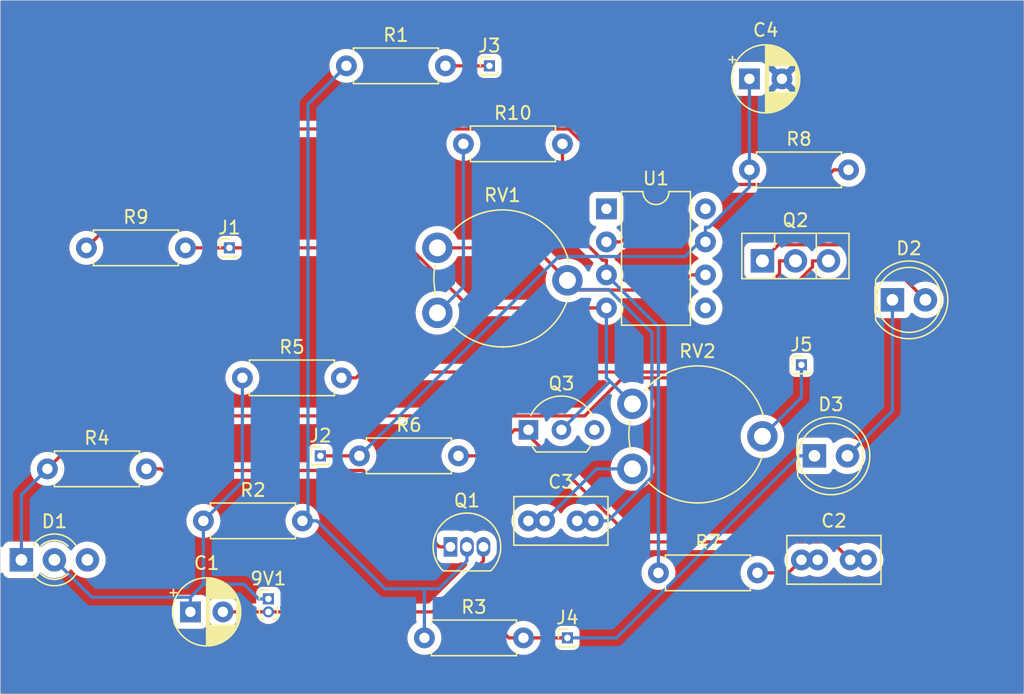
<source format=kicad_pcb>
(kicad_pcb (version 20221018) (generator pcbnew)
  (layers (0 "F.Cu" signal) (31 "B.Cu" signal) (34 "B.Paste" user) (35 "F.Paste" user) (36 "B.SilkS" user "B.Silkscreen") (37 "F.SilkS" user "F.Silkscreen") (38 "B.Mask" user) (39 "F.Mask" user) (44 "Edge.Cuts" user))
  (net 0 "")
  (net 1 "Net-(9V1-Pad2)")
  (net 2 "Net-(9V1-Pad1)")
  (net 3 "Net-(C2-Pad2)")
  (net 4 "Net-(C2-Pad1)")
  (net 5 "Net-(C3-Pad2)")
  (net 6 "Net-(C3-Pad1)")
  (net 7 "GND")
  (net 8 "Net-(C4-Pad1)")
  (net 9 "Net-(D1-Pad1)")
  (net 10 "Net-(D2-Pad2)")
  (net 11 "Net-(D2-Pad1)")
  (net 12 "Net-(J1-Pad1)")
  (net 13 "Net-(J3-Pad1)")
  (net 14 "Net-(J5-Pad1)")
  (net 15 "Net-(Q1-Pad1)")
  (net 16 "Net-(Q1-Pad2)")
  (net 17 "Net-(Q2-Pad2)")
  (net 18 "Net-(R10-Pad2)")
  (net 19 "Net-(R8-Pad2)")
  (net 20 "Net-(R10-Pad1)")
  (net 21 "Net-(U1-Pad8)")
  (net 22 "Net-(U1-Pad5)")
  (net 23 "Net-(U1-Pad1)")
  (footprint "Connector_PinHeader_1.00mm:PinHeader_1x02_P1.00mm_Vertical" (layer "F.Cu") (at 140 107)
    (fp_text reference "9V1" (at 0 -1.56) (layer "F.SilkS"))
    (fp_text value "Battery_Cell")
    (pad "1" thru_hole rect (at 0 0) (size 0.85 0.85) (drill 0.5) (layers "*.Cu" "*.Mask") (net 2 "Net-(9V1-Pad1)"))
    (pad "2" thru_hole oval (at 0 1) (size 0.85 0.85) (drill 0.5) (layers "*.Cu" "*.Mask") (net 1 "Net-(9V1-Pad2)"))
  )
  (footprint "Capacitor_THT:CP_Radial_D5.0mm_P2.50mm" (layer "F.Cu") (at 134 108)
    (fp_text reference "C1" (at 1.25 -3.75) (layer "F.SilkS"))
    (fp_text value "220uF")
    (pad "1" thru_hole rect (at 0 0) (size 1.6 1.6) (drill 0.8) (layers "*.Cu" "*.Mask") (net 2 "Net-(9V1-Pad1)"))
    (pad "2" thru_hole circle (at 2.5 0) (size 1.6 1.6) (drill 0.8) (layers "*.Cu" "*.Mask") (net 1 "Net-(9V1-Pad2)"))
  )
  (footprint "Capacitor_THT:C_Rect_L7.0mm_W3.5mm_P2.50mm_P5.00mm" (layer "F.Cu") (at 181 104)
    (fp_text reference "C2" (at 2.5 -3) (layer "F.SilkS"))
    (fp_text value "100n")
    (pad "1" thru_hole circle (at 0 0) (size 1.6 1.6) (drill 0.8) (layers "*.Cu" "*.Mask") (net 4 "Net-(C2-Pad1)"))
    (pad "1" thru_hole circle (at 1.25 0) (size 1.6 1.6) (drill 0.8) (layers "*.Cu" "*.Mask") (net 4 "Net-(C2-Pad1)"))
    (pad "2" thru_hole circle (at 3.75 0) (size 1.6 1.6) (drill 0.8) (layers "*.Cu" "*.Mask") (net 3 "Net-(C2-Pad2)"))
    (pad "2" thru_hole circle (at 5 0) (size 1.6 1.6) (drill 0.8) (layers "*.Cu" "*.Mask") (net 3 "Net-(C2-Pad2)"))
  )
  (footprint "Capacitor_THT:C_Rect_L7.0mm_W3.5mm_P2.50mm_P5.00mm" (layer "F.Cu") (at 160 101)
    (fp_text reference "C3" (at 2.5 -3) (layer "F.SilkS"))
    (fp_text value "100n")
    (pad "1" thru_hole circle (at 0 0) (size 1.6 1.6) (drill 0.8) (layers "*.Cu" "*.Mask") (net 6 "Net-(C3-Pad1)"))
    (pad "1" thru_hole circle (at 1.25 0) (size 1.6 1.6) (drill 0.8) (layers "*.Cu" "*.Mask") (net 6 "Net-(C3-Pad1)"))
    (pad "2" thru_hole circle (at 3.75 0) (size 1.6 1.6) (drill 0.8) (layers "*.Cu" "*.Mask") (net 5 "Net-(C3-Pad2)"))
    (pad "2" thru_hole circle (at 5 0) (size 1.6 1.6) (drill 0.8) (layers "*.Cu" "*.Mask") (net 5 "Net-(C3-Pad2)"))
  )
  (footprint "Capacitor_THT:CP_Radial_D5.0mm_P2.50mm" (layer "F.Cu") (at 177 67)
    (fp_text reference "C4" (at 1.25 -3.75) (layer "F.SilkS"))
    (fp_text value "220uF")
    (pad "1" thru_hole rect (at 0 0) (size 1.6 1.6) (drill 0.8) (layers "*.Cu" "*.Mask") (net 8 "Net-(C4-Pad1)"))
    (pad "2" thru_hole circle (at 2.5 0) (size 1.6 1.6) (drill 0.8) (layers "*.Cu" "*.Mask") (net 7 "GND"))
  )
  (footprint "LED_THT:LED_D3.0mm-3" (layer "F.Cu") (at 121 104)
    (fp_text reference "D1" (at 2.54 -2.96) (layer "F.SilkS"))
    (fp_text value "LED_ALT")
    (pad "1" thru_hole rect (at 0 0) (size 1.8 1.8) (drill 0.9) (layers "*.Cu" "*.Mask") (net 9 "Net-(D1-Pad1)"))
    (pad "2" thru_hole circle (at 2.54 0) (size 1.8 1.8) (drill 0.9) (layers "*.Cu" "*.Mask") (net 2 "Net-(9V1-Pad1)"))
    (pad "3" thru_hole circle (at 5.08 0) (size 1.8 1.8) (drill 0.9) (layers "*.Cu" "*.Mask"))
  )
  (footprint "LED_THT:LED_D5.0mm" (layer "F.Cu") (at 188 84)
    (fp_text reference "D2" (at 1.27 -3.96) (layer "F.SilkS"))
    (fp_text value "LED_ALT")
    (pad "1" thru_hole rect (at 0 0) (size 1.8 1.8) (drill 0.9) (layers "*.Cu" "*.Mask") (net 11 "Net-(D2-Pad1)"))
    (pad "2" thru_hole circle (at 2.54 0) (size 1.8 1.8) (drill 0.9) (layers "*.Cu" "*.Mask") (net 10 "Net-(D2-Pad2)"))
  )
  (footprint "LED_THT:LED_D5.0mm" (layer "F.Cu") (at 182 96)
    (fp_text reference "D3" (at 1.27 -3.96) (layer "F.SilkS"))
    (fp_text value "LED_ALT")
    (pad "1" thru_hole rect (at 0 0) (size 1.8 1.8) (drill 0.9) (layers "*.Cu" "*.Mask") (net 1 "Net-(9V1-Pad2)"))
    (pad "2" thru_hole circle (at 2.54 0) (size 1.8 1.8) (drill 0.9) (layers "*.Cu" "*.Mask") (net 11 "Net-(D2-Pad1)"))
  )
  (footprint "Connector_PinHeader_1.00mm:PinHeader_1x01_P1.00mm_Vertical" (layer "F.Cu") (at 137 80)
    (fp_text reference "J1" (at 0 -1.56) (layer "F.SilkS"))
    (fp_text value "Conn_01x01_Male")
    (pad "1" thru_hole rect (at 0 0) (size 0.85 0.85) (drill 0.5) (layers "*.Cu" "*.Mask") (net 12 "Net-(J1-Pad1)"))
  )
  (footprint "Connector_PinHeader_1.00mm:PinHeader_1x01_P1.00mm_Vertical" (layer "F.Cu") (at 144 96)
    (fp_text reference "J2" (at 0 -1.56) (layer "F.SilkS"))
    (fp_text value "Conn_01x01_Male")
    (pad "1" thru_hole rect (at 0 0) (size 0.85 0.85) (drill 0.5) (layers "*.Cu" "*.Mask") (net 8 "Net-(C4-Pad1)"))
  )
  (footprint "Connector_PinHeader_1.00mm:PinHeader_1x01_P1.00mm_Vertical" (layer "F.Cu") (at 157 66)
    (fp_text reference "J3" (at 0 -1.56) (layer "F.SilkS"))
    (fp_text value "Conn_01x01_Male")
    (pad "1" thru_hole rect (at 0 0) (size 0.85 0.85) (drill 0.5) (layers "*.Cu" "*.Mask") (net 13 "Net-(J3-Pad1)"))
  )
  (footprint "Connector_PinHeader_1.00mm:PinHeader_1x01_P1.00mm_Vertical" (layer "F.Cu") (at 163 110)
    (fp_text reference "J4" (at 0 -1.56) (layer "F.SilkS"))
    (fp_text value "Conn_01x01_Male")
    (pad "1" thru_hole rect (at 0 0) (size 0.85 0.85) (drill 0.5) (layers "*.Cu" "*.Mask") (net 1 "Net-(9V1-Pad2)"))
  )
  (footprint "Connector_PinHeader_1.00mm:PinHeader_1x01_P1.00mm_Vertical" (layer "F.Cu") (at 181 89)
    (fp_text reference "J5" (at 0 -1.56) (layer "F.SilkS"))
    (fp_text value "Conn_01x01_Male")
    (pad "1" thru_hole rect (at 0 0) (size 0.85 0.85) (drill 0.5) (layers "*.Cu" "*.Mask") (net 14 "Net-(J5-Pad1)"))
  )
  (footprint "Package_TO_SOT_THT:TO-92_Inline" (layer "F.Cu") (at 154 103)
    (fp_text reference "Q1" (at 1.27 -3.56) (layer "F.SilkS"))
    (fp_text value "BC549")
    (pad "1" thru_hole rect (at 0 0) (size 1.05 1.5) (drill 0.75) (layers "*.Cu" "*.Mask") (net 15 "Net-(Q1-Pad1)"))
    (pad "2" thru_hole oval (at 1.27 0) (size 1.05 1.5) (drill 0.75) (layers "*.Cu" "*.Mask") (net 16 "Net-(Q1-Pad2)"))
    (pad "3" thru_hole oval (at 2.54 0) (size 1.05 1.5) (drill 0.75) (layers "*.Cu" "*.Mask") (net 1 "Net-(9V1-Pad2)"))
  )
  (footprint "Package_TO_SOT_THT:TO-126-3_Vertical" (layer "F.Cu") (at 178 81)
    (fp_text reference "Q2" (at 2.54 -3.12) (layer "F.SilkS"))
    (fp_text value "BD140")
    (pad "1" thru_hole rect (at 0 0) (size 1.8 1.8) (drill 1) (layers "*.Cu" "*.Mask") (net 10 "Net-(D2-Pad2)"))
    (pad "2" thru_hole oval (at 2.54 0) (size 1.8 1.8) (drill 1) (layers "*.Cu" "*.Mask") (net 17 "Net-(Q2-Pad2)"))
    (pad "3" thru_hole oval (at 5.08 0) (size 1.8 1.8) (drill 1) (layers "*.Cu" "*.Mask") (net 9 "Net-(D1-Pad1)"))
  )
  (footprint "Package_TO_SOT_THT:TO-92L_Inline_Wide" (layer "F.Cu") (at 160 94)
    (fp_text reference "Q3" (at 2.54 -3.56) (layer "F.SilkS"))
    (fp_text value "Q_Photo_NPN")
    (pad "1" thru_hole rect (at 0 0) (size 1.5 1.5) (drill 0.8) (layers "*.Cu" "*.Mask") (net 3 "Net-(C2-Pad2)"))
    (pad "2" thru_hole circle (at 2.54 0) (size 1.5 1.5) (drill 0.8) (layers "*.Cu" "*.Mask") (net 12 "Net-(J1-Pad1)"))
    (pad "3" thru_hole circle (at 5.08 0) (size 1.5 1.5) (drill 0.8) (layers "*.Cu" "*.Mask"))
  )
  (footprint "Resistor_THT:R_Axial_DIN0207_L6.3mm_D2.5mm_P7.62mm_Horizontal" (layer "F.Cu") (at 146 66)
    (fp_text reference "R1" (at 3.81 -2.37) (layer "F.SilkS"))
    (fp_text value "4K7")
    (pad "1" thru_hole circle (at 0 0) (size 1.6 1.6) (drill 0.8) (layers "*.Cu" "*.Mask") (net 16 "Net-(Q1-Pad2)"))
    (pad "2" thru_hole oval (at 7.62 0) (size 1.6 1.6) (drill 0.8) (layers "*.Cu" "*.Mask") (net 13 "Net-(J3-Pad1)"))
  )
  (footprint "Resistor_THT:R_Axial_DIN0207_L6.3mm_D2.5mm_P7.62mm_Horizontal" (layer "F.Cu") (at 135 101)
    (fp_text reference "R2" (at 3.81 -2.37) (layer "F.SilkS"))
    (fp_text value "10K")
    (pad "1" thru_hole circle (at 0 0) (size 1.6 1.6) (drill 0.8) (layers "*.Cu" "*.Mask") (net 2 "Net-(9V1-Pad1)"))
    (pad "2" thru_hole oval (at 7.62 0) (size 1.6 1.6) (drill 0.8) (layers "*.Cu" "*.Mask") (net 16 "Net-(Q1-Pad2)"))
  )
  (footprint "Resistor_THT:R_Axial_DIN0207_L6.3mm_D2.5mm_P7.62mm_Horizontal" (layer "F.Cu") (at 152 110)
    (fp_text reference "R3" (at 3.81 -2.37) (layer "F.SilkS"))
    (fp_text value "22K")
    (pad "1" thru_hole circle (at 0 0) (size 1.6 1.6) (drill 0.8) (layers "*.Cu" "*.Mask") (net 16 "Net-(Q1-Pad2)"))
    (pad "2" thru_hole oval (at 7.62 0) (size 1.6 1.6) (drill 0.8) (layers "*.Cu" "*.Mask") (net 1 "Net-(9V1-Pad2)"))
  )
  (footprint "Resistor_THT:R_Axial_DIN0207_L6.3mm_D2.5mm_P7.62mm_Horizontal" (layer "F.Cu") (at 123 97)
    (fp_text reference "R4" (at 3.81 -2.37) (layer "F.SilkS"))
    (fp_text value "100E")
    (pad "1" thru_hole circle (at 0 0) (size 1.6 1.6) (drill 0.8) (layers "*.Cu" "*.Mask") (net 9 "Net-(D1-Pad1)"))
    (pad "2" thru_hole oval (at 7.62 0) (size 1.6 1.6) (drill 0.8) (layers "*.Cu" "*.Mask") (net 15 "Net-(Q1-Pad1)"))
  )
  (footprint "Resistor_THT:R_Axial_DIN0207_L6.3mm_D2.5mm_P7.62mm_Horizontal" (layer "F.Cu") (at 138 90)
    (fp_text reference "R5" (at 3.81 -2.37) (layer "F.SilkS"))
    (fp_text value "100E")
    (pad "1" thru_hole circle (at 0 0) (size 1.6 1.6) (drill 0.8) (layers "*.Cu" "*.Mask") (net 2 "Net-(9V1-Pad1)"))
    (pad "2" thru_hole oval (at 7.62 0) (size 1.6 1.6) (drill 0.8) (layers "*.Cu" "*.Mask") (net 17 "Net-(Q2-Pad2)"))
  )
  (footprint "Resistor_THT:R_Axial_DIN0207_L6.3mm_D2.5mm_P7.62mm_Horizontal" (layer "F.Cu") (at 147 96)
    (fp_text reference "R6" (at 3.81 -2.37) (layer "F.SilkS"))
    (fp_text value "10k")
    (pad "1" thru_hole circle (at 0 0) (size 1.6 1.6) (drill 0.8) (layers "*.Cu" "*.Mask") (net 8 "Net-(C4-Pad1)"))
    (pad "2" thru_hole oval (at 7.62 0) (size 1.6 1.6) (drill 0.8) (layers "*.Cu" "*.Mask") (net 3 "Net-(C2-Pad2)"))
  )
  (footprint "Resistor_THT:R_Axial_DIN0207_L6.3mm_D2.5mm_P7.62mm_Horizontal" (layer "F.Cu") (at 170 105)
    (fp_text reference "R7" (at 3.81 -2.37) (layer "F.SilkS"))
    (fp_text value "10k")
    (pad "1" thru_hole circle (at 0 0) (size 1.6 1.6) (drill 0.8) (layers "*.Cu" "*.Mask") (net 18 "Net-(R10-Pad2)"))
    (pad "2" thru_hole oval (at 7.62 0) (size 1.6 1.6) (drill 0.8) (layers "*.Cu" "*.Mask") (net 4 "Net-(C2-Pad1)"))
  )
  (footprint "Resistor_THT:R_Axial_DIN0207_L6.3mm_D2.5mm_P7.62mm_Horizontal" (layer "F.Cu") (at 177 74)
    (fp_text reference "R8" (at 3.81 -2.37) (layer "F.SilkS"))
    (fp_text value "15k")
    (pad "1" thru_hole circle (at 0 0) (size 1.6 1.6) (drill 0.8) (layers "*.Cu" "*.Mask") (net 8 "Net-(C4-Pad1)"))
    (pad "2" thru_hole oval (at 7.62 0) (size 1.6 1.6) (drill 0.8) (layers "*.Cu" "*.Mask") (net 19 "Net-(R8-Pad2)"))
  )
  (footprint "Resistor_THT:R_Axial_DIN0207_L6.3mm_D2.5mm_P7.62mm_Horizontal" (layer "F.Cu") (at 126 80)
    (fp_text reference "R9" (at 3.81 -2.37) (layer "F.SilkS"))
    (fp_text value "15k")
    (pad "1" thru_hole circle (at 0 0) (size 1.6 1.6) (drill 0.8) (layers "*.Cu" "*.Mask") (net 19 "Net-(R8-Pad2)"))
    (pad "2" thru_hole oval (at 7.62 0) (size 1.6 1.6) (drill 0.8) (layers "*.Cu" "*.Mask") (net 12 "Net-(J1-Pad1)"))
  )
  (footprint "Resistor_THT:R_Axial_DIN0207_L6.3mm_D2.5mm_P7.62mm_Horizontal" (layer "F.Cu") (at 155 72)
    (fp_text reference "R10" (at 3.81 -2.37) (layer "F.SilkS"))
    (fp_text value "100k")
    (pad "1" thru_hole circle (at 0 0) (size 1.6 1.6) (drill 0.8) (layers "*.Cu" "*.Mask") (net 20 "Net-(R10-Pad1)"))
    (pad "2" thru_hole oval (at 7.62 0) (size 1.6 1.6) (drill 0.8) (layers "*.Cu" "*.Mask") (net 18 "Net-(R10-Pad2)"))
  )
  (footprint "Potentiometer_THT:Potentiometer_Piher_PT-10-V10_Vertical" (layer "F.Cu") (at 153 85)
    (fp_text reference "RV1" (at 5 -9.05) (layer "F.SilkS"))
    (fp_text value "1M")
    (pad "1" thru_hole circle (at 0 0) (size 2.34 2.34) (drill 1.3) (layers "*.Cu" "*.Mask") (net 20 "Net-(R10-Pad1)"))
    (pad "2" thru_hole circle (at 10 -2.5) (size 2.34 2.34) (drill 1.3) (layers "*.Cu" "*.Mask") (net 5 "Net-(C3-Pad2)"))
    (pad "3" thru_hole circle (at 0 -5) (size 2.34 2.34) (drill 1.3) (layers "*.Cu" "*.Mask") (net 5 "Net-(C3-Pad2)"))
  )
  (footprint "Potentiometer_THT:Potentiometer_Piher_PT-10-V10_Vertical" (layer "F.Cu") (at 168 97)
    (fp_text reference "RV2" (at 5 -9.05) (layer "F.SilkS"))
    (fp_text value "10k")
    (pad "1" thru_hole circle (at 0 0) (size 2.34 2.34) (drill 1.3) (layers "*.Cu" "*.Mask") (net 6 "Net-(C3-Pad1)"))
    (pad "2" thru_hole circle (at 10 -2.5) (size 2.34 2.34) (drill 1.3) (layers "*.Cu" "*.Mask") (net 14 "Net-(J5-Pad1)"))
    (pad "3" thru_hole circle (at 0 -5) (size 2.34 2.34) (drill 1.3) (layers "*.Cu" "*.Mask") (net 12 "Net-(J1-Pad1)"))
  )
  (footprint "Package_DIP:DIP-8_W7.62mm" (layer "F.Cu") (at 166 77)
    (fp_text reference "U1" (at 3.81 -2.33) (layer "F.SilkS"))
    (fp_text value "CA3140")
    (pad "1" thru_hole rect (at 0 0) (size 1.6 1.6) (drill 0.8) (layers "*.Cu" "*.Mask") (net 23 "Net-(U1-Pad1)"))
    (pad "2" thru_hole oval (at 0 2.54) (size 1.6 1.6) (drill 0.8) (layers "*.Cu" "*.Mask") (net 19 "Net-(R8-Pad2)"))
    (pad "3" thru_hole oval (at 0 5.08) (size 1.6 1.6) (drill 0.8) (layers "*.Cu" "*.Mask") (net 18 "Net-(R10-Pad2)"))
    (pad "4" thru_hole oval (at 0 7.62) (size 1.6 1.6) (drill 0.8) (layers "*.Cu" "*.Mask") (net 12 "Net-(J1-Pad1)"))
    (pad "5" thru_hole oval (at 7.62 7.62) (size 1.6 1.6) (drill 0.8) (layers "*.Cu" "*.Mask") (net 22 "Net-(U1-Pad5)"))
    (pad "6" thru_hole oval (at 7.62 5.08) (size 1.6 1.6) (drill 0.8) (layers "*.Cu" "*.Mask") (net 5 "Net-(C3-Pad2)"))
    (pad "7" thru_hole oval (at 7.62 2.54) (size 1.6 1.6) (drill 0.8) (layers "*.Cu" "*.Mask") (net 8 "Net-(C4-Pad1)"))
    (pad "8" thru_hole oval (at 7.62 0) (size 1.6 1.6) (drill 0.8) (layers "*.Cu" "*.Mask") (net 21 "Net-(U1-Pad8)"))
  )
  (gr_rect (start 119.38 60.96) (end 198.12 114.3) (stroke (width 0.05)) (fill none) (layer "Edge.Cuts"))
  (segment (start 152.6153 108) (end 140 108) (width 0.25) (layer "F.Cu") (net 1))
  (segment (start 156.54 103) (end 156.54 104.0753) (width 0.25) (layer "F.Cu") (net 1))
  (segment (start 156.54 104.0753) (end 154.555 106.0603) (width 0.25) (layer "F.Cu") (net 1))
  (segment (start 158.4947 110) (end 154.555 106.0603) (width 0.25) (layer "F.Cu") (net 1))
  (segment (start 159.62 110) (end 163 110) (width 0.25) (layer "F.Cu") (net 1))
  (segment (start 136.5 108) (end 140 108) (width 0.25) (layer "F.Cu") (net 1))
  (segment (start 154.555 106.0603) (end 152.6153 108) (width 0.25) (layer "F.Cu") (net 1))
  (segment (start 159.62 110) (end 158.4947 110) (width 0.25) (layer "F.Cu") (net 1))
  (segment (start 163 110) (end 166.7747 110) (width 0.25) (layer "B.Cu") (net 1))
  (segment (start 166.7747 110) (end 180.7747 96) (width 0.25) (layer "B.Cu") (net 1))
  (segment (start 182 96) (end 180.7747 96) (width 0.25) (layer "B.Cu") (net 1))
  (segment (start 138 90) (end 138 98) (width 0.25) (layer "B.Cu") (net 2))
  (segment (start 134 106.8747) (end 126.4147 106.8747) (width 0.25) (layer "B.Cu") (net 2))
  (segment (start 126.4147 106.8747) (end 123.54 104) (width 0.25) (layer "B.Cu") (net 2))
  (segment (start 135 105.8747) (end 138.1244 105.8747) (width 0.25) (layer "B.Cu") (net 2))
  (segment (start 135 105.8747) (end 134 106.8747) (width 0.25) (layer "B.Cu") (net 2))
  (segment (start 134 108) (end 134 106.8747) (width 0.25) (layer "B.Cu") (net 2))
  (segment (start 140 107) (end 139.2497 107) (width 0.25) (layer "B.Cu") (net 2))
  (segment (start 138.1244 105.8747) (end 139.2497 107) (width 0.25) (layer "B.Cu") (net 2))
  (segment (start 135 101) (end 135 105.8747) (width 0.25) (layer "B.Cu") (net 2))
  (segment (start 138 98) (end 135 101) (width 0.25) (layer "B.Cu") (net 2))
  (segment (start 183.3676 102.6176) (end 184.75 104) (width 0.25) (layer "F.Cu") (net 3))
  (segment (start 159.4624 94) (end 159.5916 94) (width 0.25) (layer "F.Cu") (net 3))
  (segment (start 159.5916 94) (end 168.2092 102.6176) (width 0.25) (layer "F.Cu") (net 3))
  (segment (start 156.9247 96) (end 158.9247 94) (width 0.25) (layer "F.Cu") (net 3))
  (segment (start 168.2092 102.6176) (end 183.3676 102.6176) (width 0.25) (layer "F.Cu") (net 3))
  (segment (start 159.4624 94) (end 158.9247 94) (width 0.25) (layer "F.Cu") (net 3))
  (segment (start 186 104) (end 184.75 104) (width 0.25) (layer "F.Cu") (net 3))
  (segment (start 154.62 96) (end 156.9247 96) (width 0.25) (layer "F.Cu") (net 3))
  (segment (start 160 94) (end 159.5916 94) (width 0.25) (layer "F.Cu") (net 3))
  (segment (start 180 105) (end 181 104) (width 0.25) (layer "F.Cu") (net 4))
  (segment (start 177.62 105) (end 180 105) (width 0.25) (layer "F.Cu") (net 4))
  (segment (start 182.25 104) (end 181 104) (width 0.25) (layer "F.Cu") (net 4))
  (segment (start 173.62 82.08) (end 172.4947 82.08) (width 0.25) (layer "F.Cu") (net 5))
  (segment (start 153 80) (end 160.5 80) (width 0.25) (layer "F.Cu") (net 5))
  (segment (start 165 101) (end 163.75 101) (width 0.25) (layer "F.Cu") (net 5))
  (segment (start 171.331 83.2437) (end 163.7437 83.2437) (width 0.25) (layer "F.Cu") (net 5))
  (segment (start 172.4947 82.08) (end 171.331 83.2437) (width 0.25) (layer "F.Cu") (net 5))
  (segment (start 163.7437 83.2437) (end 163 82.5) (width 0.25) (layer "F.Cu") (net 5))
  (segment (start 160.5 80) (end 163 82.5) (width 0.25) (layer "F.Cu") (net 5))
  (segment (start 169.4967 97.6271) (end 166.1238 101) (width 0.25) (layer "B.Cu") (net 5))
  (segment (start 163 82.5) (end 163.7054 83.2054) (width 0.25) (layer "B.Cu") (net 5))
  (segment (start 169.4967 86.5251) (end 169.4967 97.6271) (width 0.25) (layer "B.Cu") (net 5))
  (segment (start 163.7054 83.2054) (end 166.177 83.2054) (width 0.25) (layer "B.Cu") (net 5))
  (segment (start 166.177 83.2054) (end 169.4967 86.5251) (width 0.25) (layer "B.Cu") (net 5))
  (segment (start 166.1238 101) (end 165 101) (width 0.25) (layer "B.Cu") (net 5))
  (segment (start 160 101) (end 161.25 101) (width 0.25) (layer "F.Cu") (net 6))
  (segment (start 165.25 97) (end 161.25 101) (width 0.25) (layer "B.Cu") (net 6))
  (segment (start 168 97) (end 165.25 97) (width 0.25) (layer "B.Cu") (net 6))
  (segment (start 147 96) (end 144 96) (width 0.25) (layer "F.Cu") (net 8))
  (segment (start 173.62 78.4147) (end 173.9013 78.4147) (width 0.25) (layer "B.Cu") (net 8))
  (segment (start 177 74) (end 177 67) (width 0.25) (layer "B.Cu") (net 8))
  (segment (start 173.9013 78.4147) (end 177 75.316) (width 0.25) (layer "B.Cu") (net 8))
  (segment (start 173.62 79.0899) (end 172.0433 80.6666) (width 0.25) (layer "B.Cu") (net 8))
  (segment (start 173.62 79.54) (end 173.62 79.0899) (width 0.25) (layer "B.Cu") (net 8))
  (segment (start 173.62 79.0899) (end 173.62 78.4147) (width 0.25) (layer "B.Cu") (net 8))
  (segment (start 172.0433 80.6666) (end 162.3334 80.6666) (width 0.25) (layer "B.Cu") (net 8))
  (segment (start 177 75.316) (end 177 74) (width 0.25) (layer "B.Cu") (net 8))
  (segment (start 162.3334 80.6666) (end 147 96) (width 0.25) (layer "B.Cu") (net 8))
  (segment (start 183.08 81) (end 181.8547 81) (width 0.25) (layer "F.Cu") (net 9))
  (segment (start 127.0754 92.9246) (end 164.3314 92.9246) (width 0.25) (layer "F.Cu") (net 9))
  (segment (start 181.8547 81.4595) (end 181.8547 81) (width 0.25) (layer "F.Cu") (net 9))
  (segment (start 164.3314 92.9246) (end 167.256 90) (width 0.25) (layer "F.Cu") (net 9))
  (segment (start 173.3142 90) (end 181.8547 81.4595) (width 0.25) (layer "F.Cu") (net 9))
  (segment (start 167.256 90) (end 173.3142 90) (width 0.25) (layer "F.Cu") (net 9))
  (segment (start 123 97) (end 127.0754 92.9246) (width 0.25) (layer "F.Cu") (net 9))
  (segment (start 121 99) (end 121 104) (width 0.25) (layer "B.Cu") (net 9))
  (segment (start 123 97) (end 121 99) (width 0.25) (layer "B.Cu") (net 9))
  (segment (start 178 81) (end 179.2378 79.7622) (width 0.25) (layer "F.Cu") (net 10))
  (segment (start 179.2378 79.7622) (end 186.3022 79.7622) (width 0.25) (layer "F.Cu") (net 10))
  (segment (start 186.3022 79.7622) (end 190.54 84) (width 0.25) (layer "F.Cu") (net 10))
  (segment (start 188 92.54) (end 188 84) (width 0.25) (layer "B.Cu") (net 11))
  (segment (start 184.54 96) (end 188 92.54) (width 0.25) (layer "B.Cu") (net 11))
  (segment (start 137 80) (end 133.62 80) (width 0.25) (layer "F.Cu") (net 12))
  (segment (start 150.8852 80) (end 137 80) (width 0.25) (layer "F.Cu") (net 12))
  (segment (start 166 84.62) (end 155.5052 84.62) (width 0.25) (layer "F.Cu") (net 12))
  (segment (start 155.5052 84.62) (end 150.8852 80) (width 0.25) (layer "F.Cu") (net 12))
  (segment (start 166 84.62) (end 166 90) (width 0.25) (layer "B.Cu") (net 12))
  (segment (start 166 90) (end 166.27 90.27) (width 0.25) (layer "B.Cu") (net 12))
  (segment (start 166.27 90.27) (end 162.54 94) (width 0.25) (layer "B.Cu") (net 12))
  (segment (start 166.27 90.27) (end 168 92) (width 0.25) (layer "B.Cu") (net 12))
  (segment (start 153.62 66) (end 157 66) (width 0.25) (layer "F.Cu") (net 13))
  (segment (start 181 91.5) (end 181 89) (width 0.25) (layer "B.Cu") (net 14))
  (segment (start 178 94.5) (end 181 91.5) (width 0.25) (layer "B.Cu") (net 14))
  (segment (start 131.8707 97.1254) (end 147.2751 97.1254) (width 0.25) (layer "F.Cu") (net 15))
  (segment (start 130.62 97) (end 131.7453 97) (width 0.25) (layer "F.Cu") (net 15))
  (segment (start 131.7453 97) (end 131.8707 97.1254) (width 0.25) (layer "F.Cu") (net 15))
  (segment (start 147.2751 97.1254) (end 153.1497 103) (width 0.25) (layer "F.Cu") (net 15))
  (segment (start 154 103) (end 153.1497 103) (width 0.25) (layer "F.Cu") (net 15))
  (segment (start 142.62 101) (end 143.0475 101) (width 0.25) (layer "B.Cu") (net 16))
  (segment (start 152 110) (end 152 106.2226) (width 0.25) (layer "B.Cu") (net 16))
  (segment (start 153.1227 106.2226) (end 152 106.2226) (width 0.25) (layer "B.Cu") (net 16))
  (segment (start 148.9679 106.2226) (end 143.7453 101) (width 0.25) (layer "B.Cu") (net 16))
  (segment (start 143.0475 101) (end 143.7453 101) (width 0.25) (layer "B.Cu") (net 16))
  (segment (start 143.0475 68.9525) (end 146 66) (width 0.25) (layer "B.Cu") (net 16))
  (segment (start 152 106.2226) (end 148.9679 106.2226) (width 0.25) (layer "B.Cu") (net 16))
  (segment (start 143.0475 101) (end 143.0475 68.9525) (width 0.25) (layer "B.Cu") (net 16))
  (segment (start 155.27 103) (end 155.27 104.0753) (width 0.25) (layer "B.Cu") (net 16))
  (segment (start 155.27 104.0753) (end 153.1227 106.2226) (width 0.25) (layer "B.Cu") (net 16))
  (segment (start 171.7606 89.5497) (end 147.1956 89.5497) (width 0.25) (layer "F.Cu") (net 17))
  (segment (start 179.3147 81) (end 179.3147 81.9956) (width 0.25) (layer "F.Cu") (net 17))
  (segment (start 145.62 90) (end 146.7453 90) (width 0.25) (layer "F.Cu") (net 17))
  (segment (start 179.3147 81.9956) (end 171.7606 89.5497) (width 0.25) (layer "F.Cu") (net 17))
  (segment (start 147.1956 89.5497) (end 146.7453 90) (width 0.25) (layer "F.Cu") (net 17))
  (segment (start 180.54 81) (end 179.3147 81) (width 0.25) (layer "F.Cu") (net 17))
  (segment (start 166 82.08) (end 166 80.9547) (width 0.25) (layer "F.Cu") (net 18))
  (segment (start 166 80.9547) (end 165.7187 80.9547) (width 0.25) (layer "F.Cu") (net 18))
  (segment (start 162.62 77.856) (end 162.62 72) (width 0.25) (layer "F.Cu") (net 18))
  (segment (start 165.7187 80.9547) (end 162.62 77.856) (width 0.25) (layer "F.Cu") (net 18))
  (segment (start 170 86.08) (end 170 105) (width 0.25) (layer "B.Cu") (net 18))
  (segment (start 166 82.08) (end 170 86.08) (width 0.25) (layer "B.Cu") (net 18))
  (segment (start 169.4572 77.2081) (end 171.54 75.1253) (width 0.25) (layer "F.Cu") (net 19))
  (segment (start 135.1455 70.8545) (end 126 80) (width 0.25) (layer "F.Cu") (net 19))
  (segment (start 184.62 74) (end 183.4947 74) (width 0.25) (layer "F.Cu") (net 19))
  (segment (start 169.4572 77.2081) (end 163.1036 70.8545) (width 0.25) (layer "F.Cu") (net 19))
  (segment (start 182.3694 75.1253) (end 183.4947 74) (width 0.25) (layer "F.Cu") (net 19))
  (segment (start 167.1253 79.54) (end 169.4572 77.2081) (width 0.25) (layer "F.Cu") (net 19))
  (segment (start 171.54 75.1253) (end 182.3694 75.1253) (width 0.25) (layer "F.Cu") (net 19))
  (segment (start 166 79.54) (end 167.1253 79.54) (width 0.25) (layer "F.Cu") (net 19))
  (segment (start 163.1036 70.8545) (end 135.1455 70.8545) (width 0.25) (layer "F.Cu") (net 19))
  (segment (start 153 85) (end 155 83) (width 0.25) (layer "B.Cu") (net 20))
  (segment (start 155 83) (end 155 72) (width 0.25) (layer "B.Cu") (net 20))
  (zone (net 7) (net_name "GND") (layers "F&B.Cu") (connect_pads (clearance 0.508)) (min_thickness 0.25) (fill yes (thermal_gap 0.5) (thermal_bridge_width 0.5) (island_removal_mode 1) (island_area_min 10))
    (polygon (pts (xy 119.38 60.96) (xy 198.12 60.96) (xy 198.12 114.3) (xy 119.38 114.3)))
  )
)
</source>
